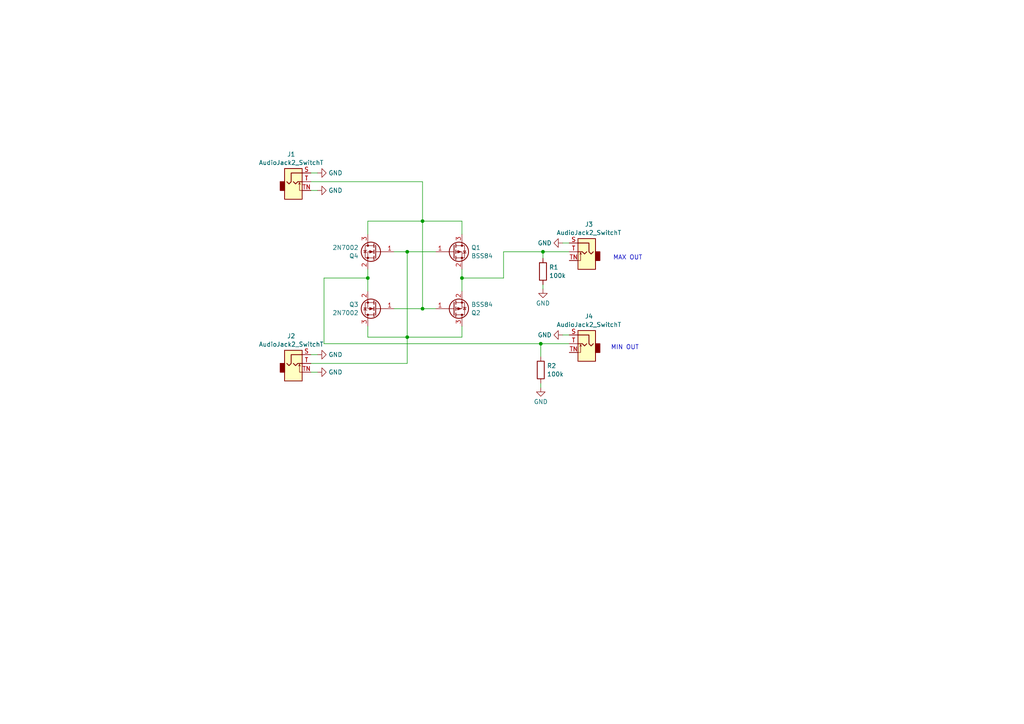
<source format=kicad_sch>
(kicad_sch (version 20230121) (generator eeschema)
  (paper "A4")
  (lib_symbols
    (symbol "Connector_Audio:AudioJack2_SwitchT"
      (property "Reference" "J" (at 0 8.89 0))
      (property "Value" "AudioJack2_SwitchT" (at 0 6.35 0))
      (symbol "AudioJack2_SwitchT_0_1"
        (rectangle (start -2.54 0) (end -3.81 -2.54) (stroke (width 0.254)) (fill (type outline)))
        (polyline (pts (xy 1.778 -0.254) (xy 2.032 -0.762)))
        (polyline (pts (xy 0 0) (xy 0.635 -0.635) (xy 1.27 0) (xy 2.54 0)) (stroke (width 0.254)))
        (polyline (pts (xy 2.54 -2.54) (xy 1.778 -2.54) (xy 1.778 -0.254) (xy 1.524 -0.762)))
        (polyline (pts (xy 2.54 2.54) (xy -0.635 2.54) (xy -0.635 0) (xy -1.27 -0.635) (xy -1.905 0)) (stroke (width 0.254)))
        (rectangle (start 2.54 3.81) (end -2.54 -5.08) (stroke (width 0.254)) (fill (type background)))
      )
      (symbol "AudioJack2_SwitchT_1_1"
        (pin passive line (at 5.08 2.54 180) (length 2.54) (name "~") (number "S"))
        (pin passive line (at 5.08 0 180) (length 2.54) (name "~") (number "T"))
        (pin passive line (at 5.08 -2.54 180) (length 2.54) (name "~") (number "TN"))
      )
    )
    (symbol "Device:R" (pin_numbers hide) (pin_names (offset 0))
      (property "Reference" "R" (at 2.032 0 90))
      (property "Value" "R" (at 0 0 90))
      (symbol "R_0_1"
        (rectangle (start -1.016 -2.54) (end 1.016 2.54) (stroke (width 0.254)))
      )
      (symbol "R_1_1"
        (pin passive line (at 0 3.81 270) (length 1.27) (name "~") (number "1"))
        (pin passive line (at 0 -3.81 90) (length 1.27) (name "~") (number "2"))
      )
    )
    (symbol "Transistor_FET:2N7002" (pin_names hide)
      (property "Reference" "Q" (at 5.08 1.905 0))
      (property "Value" "2N7002" (at 5.08 0 0))
      (symbol "2N7002_0_1"
        (polyline (pts (xy 0.254 0) (xy -2.54 0)))
        (polyline (pts (xy 0.254 1.905) (xy 0.254 -1.905)) (stroke (width 0.254)))
        (polyline (pts (xy 0.762 -1.27) (xy 0.762 -2.286)) (stroke (width 0.254)))
        (polyline (pts (xy 0.762 0.508) (xy 0.762 -0.508)) (stroke (width 0.254)))
        (polyline (pts (xy 0.762 2.286) (xy 0.762 1.27)) (stroke (width 0.254)))
        (polyline (pts (xy 2.54 2.54) (xy 2.54 1.778)))
        (polyline (pts (xy 2.54 -2.54) (xy 2.54 0) (xy 0.762 0)))
        (polyline (pts (xy 0.762 -1.778) (xy 3.302 -1.778) (xy 3.302 1.778) (xy 0.762 1.778)))
        (polyline (pts (xy 1.016 0) (xy 2.032 0.381) (xy 2.032 -0.381) (xy 1.016 0)) (fill (type outline)))
        (polyline (pts (xy 2.794 0.508) (xy 2.921 0.381) (xy 3.683 0.381) (xy 3.81 0.254)))
        (polyline (pts (xy 3.302 0.381) (xy 2.921 -0.254) (xy 3.683 -0.254) (xy 3.302 0.381)))
        (circle (center 1.651 0) (radius 2.794) (stroke (width 0.254)))
        (circle (center 2.54 -1.778) (radius 0.254) (fill (type outline)))
        (circle (center 2.54 1.778) (radius 0.254) (fill (type outline)))
      )
      (symbol "2N7002_1_1"
        (pin input line (at -5.08 0 0) (length 2.54) (name "G") (number "1"))
        (pin passive line (at 2.54 -5.08 90) (length 2.54) (name "S") (number "2"))
        (pin passive line (at 2.54 5.08 270) (length 2.54) (name "D") (number "3"))
      )
    )
    (symbol "Transistor_FET:BSS84" (pin_names hide)
      (property "Reference" "Q" (at 5.08 1.905 0))
      (property "Value" "BSS84" (at 5.08 0 0))
      (symbol "BSS84_0_1"
        (polyline (pts (xy 0.254 0) (xy -2.54 0)))
        (polyline (pts (xy 0.254 1.905) (xy 0.254 -1.905)) (stroke (width 0.254)))
        (polyline (pts (xy 0.762 -1.27) (xy 0.762 -2.286)) (stroke (width 0.254)))
        (polyline (pts (xy 0.762 0.508) (xy 0.762 -0.508)) (stroke (width 0.254)))
        (polyline (pts (xy 0.762 2.286) (xy 0.762 1.27)) (stroke (width 0.254)))
        (polyline (pts (xy 2.54 2.54) (xy 2.54 1.778)))
        (polyline (pts (xy 2.54 -2.54) (xy 2.54 0) (xy 0.762 0)))
        (polyline (pts (xy 0.762 1.778) (xy 3.302 1.778) (xy 3.302 -1.778) (xy 0.762 -1.778)))
        (polyline (pts (xy 2.286 0) (xy 1.27 0.381) (xy 1.27 -0.381) (xy 2.286 0)) (fill (type outline)))
        (polyline (pts (xy 2.794 -0.508) (xy 2.921 -0.381) (xy 3.683 -0.381) (xy 3.81 -0.254)))
        (polyline (pts (xy 3.302 -0.381) (xy 2.921 0.254) (xy 3.683 0.254) (xy 3.302 -0.381)))
        (circle (center 1.651 0) (radius 2.794) (stroke (width 0.254)))
        (circle (center 2.54 -1.778) (radius 0.254) (fill (type outline)))
        (circle (center 2.54 1.778) (radius 0.254) (fill (type outline)))
      )
      (symbol "BSS84_1_1"
        (pin input line (at -5.08 0 0) (length 2.54) (name "G") (number "1"))
        (pin passive line (at 2.54 -5.08 90) (length 2.54) (name "S") (number "2"))
        (pin passive line (at 2.54 5.08 270) (length 2.54) (name "D") (number "3"))
      )
    )
    (symbol "power:GND" (power) (pin_names (offset 0))
      (property "Value" "GND" (at 0 -3.81 0))
      (symbol "GND_0_1"
        (polyline (pts (xy 0 0) (xy 0 -1.27) (xy 1.27 -1.27) (xy 0 -2.54) (xy -1.27 -1.27) (xy 0 -1.27)))
      )
      (symbol "GND_1_1"
        (pin power_in line (at 0 0 270) (length 0) hide (name "GND") (number "1"))
      )
    )
  )
  (junction (at 156.845 99.695))
  (junction (at 118.11 73.025))
  (junction (at 106.68 80.645))
  (junction (at 122.555 89.535))
  (junction (at 157.48 73.025))
  (junction (at 118.11 97.79))
  (junction (at 133.985 80.645))
  (junction (at 122.555 64.135))
  (wire (pts (xy 93.98 99.695) (xy 156.845 99.695)))
  (wire (pts (xy 106.68 97.79) (xy 118.11 97.79)))
  (wire (pts (xy 118.11 105.41) (xy 118.11 97.79)))
  (wire (pts (xy 163.195 70.485) (xy 165.1 70.485)))
  (wire (pts (xy 133.985 67.945) (xy 133.985 64.135)))
  (wire (pts (xy 106.68 78.105) (xy 106.68 80.645)))
  (wire (pts (xy 90.17 105.41) (xy 118.11 105.41)))
  (wire (pts (xy 106.68 94.615) (xy 106.68 97.79)))
  (wire (pts (xy 133.985 97.79) (xy 133.985 94.615)))
  (wire (pts (xy 133.985 78.105) (xy 133.985 80.645)))
  (wire (pts (xy 156.845 99.695) (xy 165.1 99.695)))
  (wire (pts (xy 118.11 73.025) (xy 114.3 73.025)))
  (wire (pts (xy 93.98 99.695) (xy 93.98 80.645)))
  (wire (pts (xy 157.48 82.55) (xy 157.48 83.82)))
  (wire (pts (xy 156.845 103.505) (xy 156.845 99.695)))
  (wire (pts (xy 106.68 67.945) (xy 106.68 64.135)))
  (wire (pts (xy 157.48 73.025) (xy 165.1 73.025)))
  (wire (pts (xy 163.195 97.155) (xy 165.1 97.155)))
  (wire (pts (xy 90.17 55.245) (xy 92.075 55.245)))
  (wire (pts (xy 146.05 80.645) (xy 133.985 80.645)))
  (wire (pts (xy 133.985 64.135) (xy 122.555 64.135)))
  (wire (pts (xy 90.17 107.95) (xy 92.075 107.95)))
  (wire (pts (xy 90.17 52.705) (xy 122.555 52.705)))
  (wire (pts (xy 122.555 64.135) (xy 122.555 89.535)))
  (wire (pts (xy 157.48 73.025) (xy 146.05 73.025)))
  (wire (pts (xy 90.17 102.87) (xy 92.075 102.87)))
  (wire (pts (xy 118.11 73.025) (xy 126.365 73.025)))
  (wire (pts (xy 122.555 52.705) (xy 122.555 64.135)))
  (wire (pts (xy 90.17 50.165) (xy 92.075 50.165)))
  (wire (pts (xy 93.98 80.645) (xy 106.68 80.645)))
  (wire (pts (xy 114.3 89.535) (xy 122.555 89.535)))
  (wire (pts (xy 157.48 74.93) (xy 157.48 73.025)))
  (wire (pts (xy 133.985 80.645) (xy 133.985 84.455)))
  (wire (pts (xy 106.68 80.645) (xy 106.68 84.455)))
  (wire (pts (xy 106.68 64.135) (xy 122.555 64.135)))
  (wire (pts (xy 156.845 111.125) (xy 156.845 112.395)))
  (wire (pts (xy 122.555 89.535) (xy 126.365 89.535)))
  (wire (pts (xy 118.11 97.79) (xy 118.11 73.025)))
  (wire (pts (xy 146.05 73.025) (xy 146.05 80.645)))
  (wire (pts (xy 118.11 97.79) (xy 133.985 97.79)))
  (text "MAX OUT" (at 177.8 75.565 0) (effects (font (size 1.27 1.27)) (justify left bottom)))
  (text "MIN OUT" (at 177.165 101.6 0) (effects (font (size 1.27 1.27)) (justify left bottom)))
  (symbol (lib_id "power:GND") (at 92.075 55.245 90) (unit 1)
    (property "Reference" "#PWR02" (effects hide))
    (property "Value" "GND" (at 95.25 55.245 90) (effects (justify right)))
  )
  (symbol (lib_id "power:GND") (at 92.075 50.165 90) (unit 1)
    (property "Reference" "#PWR01" (effects hide))
    (property "Value" "GND" (at 95.25 50.165 90) (effects (justify right)))
  )
  (symbol (lib_id "power:GND") (at 157.48 83.82 0) (unit 1)
    (property "Reference" "#PWR07" (effects hide))
    (property "Value" "GND" (at 157.48 87.9531 0))
  )
  (symbol (lib_id "power:GND") (at 163.195 70.485 270) (unit 1)
    (property "Reference" "#PWR05" (effects hide))
    (property "Value" "GND" (at 160.0201 70.485 90) (effects (justify right)))
  )
  (symbol (lib_id "power:GND") (at 92.075 102.87 90) (unit 1)
    (property "Reference" "#PWR03" (effects hide))
    (property "Value" "GND" (at 95.25 102.87 90) (effects (justify right)))
  )
  (symbol (lib_id "power:GND") (at 92.075 107.95 90) (unit 1)
    (property "Reference" "#PWR04" (effects hide))
    (property "Value" "GND" (at 95.25 107.95 90) (effects (justify right)))
  )
  (symbol (lib_id "Connector_Audio:AudioJack2_SwitchT") (at 85.09 105.41 0) (unit 1)
    (property "Reference" "J2" (at 84.455 97.4557 0))
    (property "Value" "AudioJack2_SwitchT" (at 84.455 99.8799 0))
  )
  (symbol (lib_id "Transistor_FET:2N7002") (at 109.22 89.535 180) (unit 1)
    (property "Reference" "Q3" (at 104.013 88.3229 0) (effects (justify left)))
    (property "Value" "2N7002" (at 104.013 90.7471 0) (effects (justify left)))
    (property "Footprint" "Package_TO_SOT_SMD:SOT-23" (effects hide))
    (property "Datasheet" "https://www.onsemi.com/pub/Collateral/NDS7002A-D.PDF" (effects hide))
  )
  (symbol (lib_id "power:GND") (at 163.195 97.155 270) (unit 1)
    (property "Reference" "#PWR06" (effects hide))
    (property "Value" "GND" (at 160.0201 97.155 90) (effects (justify right)))
  )
  (symbol (lib_id "Connector_Audio:AudioJack2_SwitchT") (at 170.18 99.695 0) (mirror y) (unit 1)
    (property "Reference" "J4" (at 170.815 91.7407 0))
    (property "Value" "AudioJack2_SwitchT" (at 170.815 94.1649 0))
  )
  (symbol (lib_id "Connector_Audio:AudioJack2_SwitchT") (at 85.09 52.705 0) (unit 1)
    (property "Reference" "J1" (at 84.455 44.7507 0))
    (property "Value" "AudioJack2_SwitchT" (at 84.455 47.1749 0))
  )
  (symbol (lib_id "Device:R") (at 156.845 107.315 0) (unit 1)
    (property "Reference" "R2" (at 158.623 106.1029 0) (effects (justify left)))
    (property "Value" "100k" (at 158.623 108.5271 0) (effects (justify left)))
  )
  (symbol (lib_id "Device:R") (at 157.48 78.74 0) (unit 1)
    (property "Reference" "R1" (at 159.258 77.5279 0) (effects (justify left)))
    (property "Value" "100k" (at 159.258 79.9521 0) (effects (justify left)))
  )
  (symbol (lib_id "Transistor_FET:2N7002") (at 109.22 73.025 0) (mirror y) (unit 1)
    (property "Reference" "Q4" (at 104.013 74.2371 0) (effects (justify left)))
    (property "Value" "2N7002" (at 104.013 71.8129 0) (effects (justify left)))
    (property "Footprint" "Package_TO_SOT_SMD:SOT-23" (effects hide))
    (property "Datasheet" "https://www.onsemi.com/pub/Collateral/NDS7002A-D.PDF" (effects hide))
  )
  (symbol (lib_id "Connector_Audio:AudioJack2_SwitchT") (at 170.18 73.025 0) (mirror y) (unit 1)
    (property "Reference" "J3" (at 170.815 65.0707 0))
    (property "Value" "AudioJack2_SwitchT" (at 170.815 67.4949 0))
  )
  (symbol (lib_id "Transistor_FET:BSS84") (at 131.445 73.025 0) (unit 1)
    (property "Reference" "Q1" (at 136.652 71.8129 0) (effects (justify left)))
    (property "Value" "BSS84" (at 136.652 74.2371 0) (effects (justify left)))
    (property "Footprint" "Package_TO_SOT_SMD:SOT-23" (effects hide))
    (property "Datasheet" "http://assets.nexperia.com/documents/data-sheet/BSS84.pdf" (effects hide))
  )
  (symbol (lib_id "Transistor_FET:BSS84") (at 131.445 89.535 0) (mirror x) (unit 1)
    (property "Reference" "Q2" (at 136.652 90.7471 0) (effects (justify left)))
    (property "Value" "BSS84" (at 136.652 88.3229 0) (effects (justify left)))
    (property "Footprint" "Package_TO_SOT_SMD:SOT-23" (effects hide))
    (property "Datasheet" "http://assets.nexperia.com/documents/data-sheet/BSS84.pdf" (effects hide))
  )
  (symbol (lib_id "power:GND") (at 156.845 112.395 0) (unit 1)
    (property "Reference" "#PWR08" (effects hide))
    (property "Value" "GND" (at 156.845 116.5281 0))
  )
)
</source>
